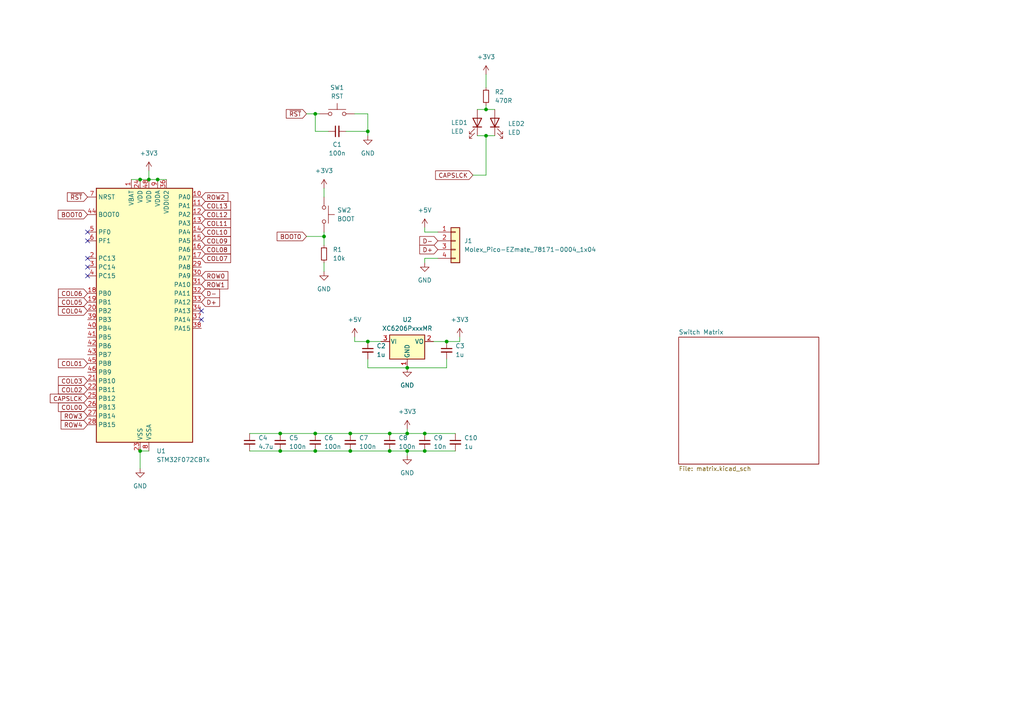
<source format=kicad_sch>
(kicad_sch (version 20230121) (generator eeschema)
  (paper "A4")
  (lib_symbols
    (symbol "Connector_Generic:Conn_01x04" (pin_names (offset 1.016) hide)
      (property "Reference" "J" (at 0 5.08 0))
      (property "Value" "Conn_01x04" (at 0 -7.62 0))
      (symbol "Conn_01x04_1_1"
        (rectangle (start -1.27 -4.953) (end 0 -5.207) (stroke (width 0.1524)))
        (rectangle (start -1.27 -2.413) (end 0 -2.667) (stroke (width 0.1524)))
        (rectangle (start -1.27 0.127) (end 0 -0.127) (stroke (width 0.1524)))
        (rectangle (start -1.27 2.667) (end 0 2.413) (stroke (width 0.1524)))
        (rectangle (start -1.27 3.81) (end 1.27 -6.35) (stroke (width 0.254)) (fill (type background)))
        (pin passive line (at -5.08 2.54 0) (length 3.81) (name "Pin_1") (number "1"))
        (pin passive line (at -5.08 0 0) (length 3.81) (name "Pin_2") (number "2"))
        (pin passive line (at -5.08 -2.54 0) (length 3.81) (name "Pin_3") (number "3"))
        (pin passive line (at -5.08 -5.08 0) (length 3.81) (name "Pin_4") (number "4"))
      )
    )
    (symbol "Device:C_Small" (pin_numbers hide) (pin_names (offset 0.254) hide)
      (property "Reference" "C" (at 0.254 1.778 0))
      (property "Value" "C_Small" (at 0.254 -2.032 0))
      (symbol "C_Small_0_1"
        (polyline (pts (xy -1.524 -0.508) (xy 1.524 -0.508)) (stroke (width 0.3302)))
        (polyline (pts (xy -1.524 0.508) (xy 1.524 0.508)) (stroke (width 0.3048)))
      )
      (symbol "C_Small_1_1"
        (pin passive line (at 0 2.54 270) (length 2.032) (name "~") (number "1"))
        (pin passive line (at 0 -2.54 90) (length 2.032) (name "~") (number "2"))
      )
    )
    (symbol "Device:LED" (pin_numbers hide) (pin_names (offset 1.016) hide)
      (property "Reference" "D" (at 0 2.54 0))
      (property "Value" "LED" (at 0 -2.54 0))
      (symbol "LED_0_1"
        (polyline (pts (xy -1.27 -1.27) (xy -1.27 1.27)) (stroke (width 0.254)))
        (polyline (pts (xy -1.27 0) (xy 1.27 0)))
        (polyline (pts (xy 1.27 -1.27) (xy 1.27 1.27) (xy -1.27 0) (xy 1.27 -1.27)) (stroke (width 0.254)))
        (polyline (pts (xy -3.048 -0.762) (xy -4.572 -2.286) (xy -3.81 -2.286) (xy -4.572 -2.286) (xy -4.572 -1.524)))
        (polyline (pts (xy -1.778 -0.762) (xy -3.302 -2.286) (xy -2.54 -2.286) (xy -3.302 -2.286) (xy -3.302 -1.524)))
      )
      (symbol "LED_1_1"
        (pin passive line (at -3.81 0 0) (length 2.54) (name "K") (number "1"))
        (pin passive line (at 3.81 0 180) (length 2.54) (name "A") (number "2"))
      )
    )
    (symbol "Device:R_Small" (pin_numbers hide) (pin_names (offset 0.254) hide)
      (property "Reference" "R" (at 0.762 0.508 0))
      (property "Value" "R_Small" (at 0.762 -1.016 0))
      (symbol "R_Small_0_1"
        (rectangle (start -0.762 1.778) (end 0.762 -1.778) (stroke (width 0.2032)))
      )
      (symbol "R_Small_1_1"
        (pin passive line (at 0 2.54 270) (length 0.762) (name "~") (number "1"))
        (pin passive line (at 0 -2.54 90) (length 0.762) (name "~") (number "2"))
      )
    )
    (symbol "MCU_ST_STM32F0:STM32F072CBTx"
      (property "Reference" "U" (at -12.7 39.37 0))
      (property "Value" "STM32F072CBTx" (at 10.16 39.37 0))
      (symbol "STM32F072CBTx_0_1"
        (rectangle (start -12.7 -35.56) (end 15.24 38.1) (stroke (width 0.254)) (fill (type background)))
      )
      (symbol "STM32F072CBTx_1_1"
        (pin power_in line (at -2.54 40.64 270) (length 2.54) (name "VBAT") (number "1"))
        (pin bidirectional line (at 17.78 35.56 180) (length 2.54) (name "PA0") (number "10"))
        (pin bidirectional line (at 17.78 33.02 180) (length 2.54) (name "PA1") (number "11"))
        (pin bidirectional line (at 17.78 30.48 180) (length 2.54) (name "PA2") (number "12"))
        (pin bidirectional line (at 17.78 27.94 180) (length 2.54) (name "PA3") (number "13"))
        (pin bidirectional line (at 17.78 25.4 180) (length 2.54) (name "PA4") (number "14"))
        (pin bidirectional line (at 17.78 22.86 180) (length 2.54) (name "PA5") (number "15"))
        (pin bidirectional line (at 17.78 20.32 180) (length 2.54) (name "PA6") (number "16"))
        (pin bidirectional line (at 17.78 17.78 180) (length 2.54) (name "PA7") (number "17"))
        (pin bidirectional line (at -15.24 7.62 0) (length 2.54) (name "PB0") (number "18"))
        (pin bidirectional line (at -15.24 5.08 0) (length 2.54) (name "PB1") (number "19"))
        (pin bidirectional line (at -15.24 17.78 0) (length 2.54) (name "PC13") (number "2"))
        (pin bidirectional line (at -15.24 2.54 0) (length 2.54) (name "PB2") (number "20"))
        (pin bidirectional line (at -15.24 -17.78 0) (length 2.54) (name "PB10") (number "21"))
        (pin bidirectional line (at -15.24 -20.32 0) (length 2.54) (name "PB11") (number "22"))
        (pin power_in line (at 0 -38.1 90) (length 2.54) (name "VSS") (number "23"))
        (pin power_in line (at 0 40.64 270) (length 2.54) (name "VDD") (number "24"))
        (pin bidirectional line (at -15.24 -22.86 0) (length 2.54) (name "PB12") (number "25"))
        (pin bidirectional line (at -15.24 -25.4 0) (length 2.54) (name "PB13") (number "26"))
        (pin bidirectional line (at -15.24 -27.94 0) (length 2.54) (name "PB14") (number "27"))
        (pin bidirectional line (at -15.24 -30.48 0) (length 2.54) (name "PB15") (number "28"))
        (pin bidirectional line (at 17.78 15.24 180) (length 2.54) (name "PA8") (number "29"))
        (pin bidirectional line (at -15.24 15.24 0) (length 2.54) (name "PC14") (number "3"))
        (pin bidirectional line (at 17.78 12.7 180) (length 2.54) (name "PA9") (number "30"))
        (pin bidirectional line (at 17.78 10.16 180) (length 2.54) (name "PA10") (number "31"))
        (pin bidirectional line (at 17.78 7.62 180) (length 2.54) (name "PA11") (number "32"))
        (pin bidirectional line (at 17.78 5.08 180) (length 2.54) (name "PA12") (number "33"))
        (pin bidirectional line (at 17.78 2.54 180) (length 2.54) (name "PA13") (number "34"))
        (pin passive line (at 0 -38.1 90) (length 2.54) hide (name "VSS") (number "35"))
        (pin power_in line (at 7.62 40.64 270) (length 2.54) (name "VDDIO2") (number "36"))
        (pin bidirectional line (at 17.78 0 180) (length 2.54) (name "PA14") (number "37"))
        (pin bidirectional line (at 17.78 -2.54 180) (length 2.54) (name "PA15") (number "38"))
        (pin bidirectional line (at -15.24 0 0) (length 2.54) (name "PB3") (number "39"))
        (pin bidirectional line (at -15.24 12.7 0) (length 2.54) (name "PC15") (number "4"))
        (pin bidirectional line (at -15.24 -2.54 0) (length 2.54) (name "PB4") (number "40"))
        (pin bidirectional line (at -15.24 -5.08 0) (length 2.54) (name "PB5") (number "41"))
        (pin bidirectional line (at -15.24 -7.62 0) (length 2.54) (name "PB6") (number "42"))
        (pin bidirectional line (at -15.24 -10.16 0) (length 2.54) (name "PB7") (number "43"))
        (pin input line (at -15.24 30.48 0) (length 2.54) (name "BOOT0") (number "44"))
        (pin bidirectional line (at -15.24 -12.7 0) (length 2.54) (name "PB8") (number "45"))
        (pin bidirectional line (at -15.24 -15.24 0) (length 2.54) (name "PB9") (number "46"))
        (pin passive line (at 0 -38.1 90) (length 2.54) hide (name "VSS") (number "47"))
        (pin power_in line (at 2.54 40.64 270) (length 2.54) (name "VDD") (number "48"))
        (pin bidirectional line (at -15.24 25.4 0) (length 2.54) (name "PF0") (number "5"))
        (pin bidirectional line (at -15.24 22.86 0) (length 2.54) (name "PF1") (number "6"))
        (pin input line (at -15.24 35.56 0) (length 2.54) (name "NRST") (number "7"))
        (pin power_in line (at 2.54 -38.1 90) (length 2.54) (name "VSSA") (number "8"))
        (pin power_in line (at 5.08 40.64 270) (length 2.54) (name "VDDA") (number "9"))
      )
    )
    (symbol "Regulator_Linear:XC6206PxxxMR" (pin_names (offset 0.254))
      (property "Reference" "U" (at -3.81 3.175 0))
      (property "Value" "XC6206PxxxMR" (at 0 3.175 0))
      (symbol "XC6206PxxxMR_0_1"
        (rectangle (start -5.08 1.905) (end 5.08 -5.08) (stroke (width 0.254)) (fill (type background)))
      )
      (symbol "XC6206PxxxMR_1_1"
        (pin power_in line (at 0 -7.62 90) (length 2.54) (name "GND") (number "1"))
        (pin power_out line (at 7.62 0 180) (length 2.54) (name "VO") (number "2"))
        (pin power_in line (at -7.62 0 0) (length 2.54) (name "VI") (number "3"))
      )
    )
    (symbol "Switch:SW_Push" (pin_numbers hide) (pin_names (offset 1.016) hide)
      (property "Reference" "SW" (at 1.27 2.54 0))
      (property "Value" "SW_Push" (at 0 -1.524 0))
      (symbol "SW_Push_0_1"
        (circle (center -2.032 0) (radius 0.508))
        (polyline (pts (xy 0 1.27) (xy 0 3.048)))
        (polyline (pts (xy 2.54 1.27) (xy -2.54 1.27)))
        (circle (center 2.032 0) (radius 0.508))
        (pin passive line (at -5.08 0 0) (length 2.54) (name "1") (number "1"))
        (pin passive line (at 5.08 0 180) (length 2.54) (name "2") (number "2"))
      )
    )
    (symbol "power:+3V3" (power) (pin_names (offset 0))
      (property "Value" "+3V3" (at 0 3.556 0))
      (symbol "+3V3_0_1"
        (polyline (pts (xy -0.762 1.27) (xy 0 2.54)))
        (polyline (pts (xy 0 0) (xy 0 2.54)))
        (polyline (pts (xy 0 2.54) (xy 0.762 1.27)))
      )
      (symbol "+3V3_1_1"
        (pin power_in line (at 0 0 90) (length 0) hide (name "+3V3") (number "1"))
      )
    )
    (symbol "power:+5V" (power) (pin_names (offset 0))
      (property "Value" "+5V" (at 0 3.556 0))
      (symbol "+5V_0_1"
        (polyline (pts (xy -0.762 1.27) (xy 0 2.54)))
        (polyline (pts (xy 0 0) (xy 0 2.54)))
        (polyline (pts (xy 0 2.54) (xy 0.762 1.27)))
      )
      (symbol "+5V_1_1"
        (pin power_in line (at 0 0 90) (length 0) hide (name "+5V") (number "1"))
      )
    )
    (symbol "power:GND" (power) (pin_names (offset 0))
      (property "Value" "GND" (at 0 -3.81 0))
      (symbol "GND_0_1"
        (polyline (pts (xy 0 0) (xy 0 -1.27) (xy 1.27 -1.27) (xy 0 -2.54) (xy -1.27 -1.27) (xy 0 -1.27)))
      )
      (symbol "GND_1_1"
        (pin power_in line (at 0 0 270) (length 0) hide (name "GND") (number "1"))
      )
    )
  )
  (junction (at 113.03 130.81))
  (junction (at 113.03 125.73))
  (junction (at 91.44 130.81))
  (junction (at 140.97 39.37))
  (junction (at 81.28 125.73))
  (junction (at 40.64 52.07))
  (junction (at 129.54 99.06))
  (junction (at 91.44 33.02))
  (junction (at 101.6 125.73))
  (junction (at 140.97 31.75))
  (junction (at 106.68 38.1))
  (junction (at 43.18 52.07))
  (junction (at 123.19 125.73))
  (junction (at 118.11 130.81))
  (junction (at 101.6 130.81))
  (junction (at 93.98 68.58))
  (junction (at 118.11 125.73))
  (junction (at 106.68 99.06))
  (junction (at 118.11 106.68))
  (junction (at 123.19 130.81))
  (junction (at 91.44 125.73))
  (junction (at 40.64 130.81))
  (junction (at 45.72 52.07))
  (junction (at 81.28 130.81))
  (no_connect (at 25.4 69.85))
  (no_connect (at 58.42 90.17))
  (no_connect (at 25.4 80.01))
  (no_connect (at 58.42 92.71))
  (no_connect (at 25.4 67.31))
  (no_connect (at 25.4 77.47))
  (no_connect (at 25.4 74.93))
  (wire (pts (xy 133.35 97.79) (xy 133.35 99.06)))
  (wire (pts (xy 93.98 76.2) (xy 93.98 78.74)))
  (wire (pts (xy 118.11 125.73) (xy 123.19 125.73)))
  (wire (pts (xy 88.9 33.02) (xy 91.44 33.02)))
  (wire (pts (xy 113.03 125.73) (xy 118.11 125.73)))
  (wire (pts (xy 140.97 30.48) (xy 140.97 31.75)))
  (wire (pts (xy 72.39 130.81) (xy 81.28 130.81)))
  (wire (pts (xy 40.64 130.81) (xy 43.18 130.81)))
  (wire (pts (xy 93.98 68.58) (xy 93.98 71.12)))
  (wire (pts (xy 91.44 130.81) (xy 101.6 130.81)))
  (wire (pts (xy 138.43 31.75) (xy 140.97 31.75)))
  (wire (pts (xy 106.68 39.37) (xy 106.68 38.1)))
  (wire (pts (xy 129.54 104.14) (xy 129.54 106.68)))
  (wire (pts (xy 40.64 130.81) (xy 40.64 135.89)))
  (wire (pts (xy 118.11 124.46) (xy 118.11 125.73)))
  (wire (pts (xy 72.39 125.73) (xy 81.28 125.73)))
  (wire (pts (xy 93.98 54.61) (xy 93.98 57.15)))
  (wire (pts (xy 106.68 99.06) (xy 110.49 99.06)))
  (wire (pts (xy 140.97 31.75) (xy 143.51 31.75)))
  (wire (pts (xy 93.98 68.58) (xy 93.98 67.31)))
  (wire (pts (xy 118.11 130.81) (xy 123.19 130.81)))
  (wire (pts (xy 81.28 130.81) (xy 91.44 130.81)))
  (wire (pts (xy 106.68 38.1) (xy 106.68 33.02)))
  (wire (pts (xy 143.51 39.37) (xy 140.97 39.37)))
  (wire (pts (xy 38.1 52.07) (xy 40.64 52.07)))
  (wire (pts (xy 113.03 130.81) (xy 118.11 130.81)))
  (wire (pts (xy 127 67.31) (xy 123.19 67.31)))
  (wire (pts (xy 91.44 33.02) (xy 92.71 33.02)))
  (wire (pts (xy 43.18 52.07) (xy 45.72 52.07)))
  (wire (pts (xy 133.35 99.06) (xy 129.54 99.06)))
  (wire (pts (xy 45.72 52.07) (xy 48.26 52.07)))
  (wire (pts (xy 140.97 50.8) (xy 140.97 39.37)))
  (wire (pts (xy 106.68 104.14) (xy 106.68 106.68)))
  (wire (pts (xy 125.73 99.06) (xy 129.54 99.06)))
  (wire (pts (xy 118.11 130.81) (xy 118.11 132.08)))
  (wire (pts (xy 40.64 52.07) (xy 43.18 52.07)))
  (wire (pts (xy 91.44 125.73) (xy 101.6 125.73)))
  (wire (pts (xy 101.6 125.73) (xy 113.03 125.73)))
  (wire (pts (xy 140.97 50.8) (xy 137.16 50.8)))
  (wire (pts (xy 123.19 130.81) (xy 132.08 130.81)))
  (wire (pts (xy 127 74.93) (xy 123.19 74.93)))
  (wire (pts (xy 106.68 106.68) (xy 118.11 106.68)))
  (wire (pts (xy 95.25 38.1) (xy 91.44 38.1)))
  (wire (pts (xy 123.19 125.73) (xy 132.08 125.73)))
  (wire (pts (xy 100.33 38.1) (xy 106.68 38.1)))
  (wire (pts (xy 102.87 99.06) (xy 106.68 99.06)))
  (wire (pts (xy 138.43 39.37) (xy 140.97 39.37)))
  (wire (pts (xy 123.19 67.31) (xy 123.19 66.04)))
  (wire (pts (xy 102.87 97.79) (xy 102.87 99.06)))
  (wire (pts (xy 43.18 49.53) (xy 43.18 52.07)))
  (wire (pts (xy 101.6 130.81) (xy 113.03 130.81)))
  (wire (pts (xy 129.54 106.68) (xy 118.11 106.68)))
  (wire (pts (xy 81.28 125.73) (xy 91.44 125.73)))
  (wire (pts (xy 140.97 21.59) (xy 140.97 25.4)))
  (wire (pts (xy 106.68 33.02) (xy 102.87 33.02)))
  (wire (pts (xy 91.44 38.1) (xy 91.44 33.02)))
  (wire (pts (xy 123.19 74.93) (xy 123.19 76.2)))
  (wire (pts (xy 88.9 68.58) (xy 93.98 68.58)))
  (global_label "COL02" (shape input) (at 25.4 113.03 180) (property "Intersheetrefs" "${INTERSHEET_REFS}" (effects hide)))
  (global_label "ROW0" (shape input) (at 58.42 80.01 0) (property "Intersheetrefs" "${INTERSHEET_REFS}" (effects hide)))
  (global_label "BOOT0" (shape input) (at 25.4 62.23 180) (property "Intersheetrefs" "${INTERSHEET_REFS}" (effects hide)))
  (global_label "COL04" (shape input) (at 25.4 90.17 180) (property "Intersheetrefs" "${INTERSHEET_REFS}" (effects hide)))
  (global_label "~{RST}" (shape input) (at 25.4 57.15 180) (property "Intersheetrefs" "${INTERSHEET_REFS}" (effects hide)))
  (global_label "ROW1" (shape input) (at 58.42 82.55 0) (property "Intersheetrefs" "${INTERSHEET_REFS}" (effects hide)))
  (global_label "BOOT0" (shape input) (at 88.9 68.58 180) (property "Intersheetrefs" "${INTERSHEET_REFS}" (effects hide)))
  (global_label "CAPSLCK" (shape input) (at 137.16 50.8 180) (property "Intersheetrefs" "${INTERSHEET_REFS}" (effects hide)))
  (global_label "~{RST}" (shape input) (at 88.9 33.02 180) (property "Intersheetrefs" "${INTERSHEET_REFS}" (effects hide)))
  (global_label "COL01" (shape input) (at 25.4 105.41 180) (property "Intersheetrefs" "${INTERSHEET_REFS}" (effects hide)))
  (global_label "COL00" (shape input) (at 25.4 118.11 180) (property "Intersheetrefs" "${INTERSHEET_REFS}" (effects hide)))
  (global_label "COL08" (shape input) (at 58.42 72.39 0) (property "Intersheetrefs" "${INTERSHEET_REFS}" (effects hide)))
  (global_label "COL10" (shape input) (at 58.42 67.31 0) (property "Intersheetrefs" "${INTERSHEET_REFS}" (effects hide)))
  (global_label "ROW4" (shape input) (at 25.4 123.19 180) (property "Intersheetrefs" "${INTERSHEET_REFS}" (effects hide)))
  (global_label "D-" (shape input) (at 127 69.85 180) (property "Intersheetrefs" "${INTERSHEET_REFS}" (effects hide)))
  (global_label "COL07" (shape input) (at 58.42 74.93 0) (property "Intersheetrefs" "${INTERSHEET_REFS}" (effects hide)))
  (global_label "D+" (shape input) (at 58.42 87.63 0) (property "Intersheetrefs" "${INTERSHEET_REFS}" (effects hide)))
  (global_label "COL12" (shape input) (at 58.42 62.23 0) (property "Intersheetrefs" "${INTERSHEET_REFS}" (effects hide)))
  (global_label "COL13" (shape input) (at 58.42 59.69 0) (property "Intersheetrefs" "${INTERSHEET_REFS}" (effects hide)))
  (global_label "COL11" (shape input) (at 58.42 64.77 0) (property "Intersheetrefs" "${INTERSHEET_REFS}" (effects hide)))
  (global_label "ROW3" (shape input) (at 25.4 120.65 180) (property "Intersheetrefs" "${INTERSHEET_REFS}" (effects hide)))
  (global_label "COL06" (shape input) (at 25.4 85.09 180) (property "Intersheetrefs" "${INTERSHEET_REFS}" (effects hide)))
  (global_label "D+" (shape input) (at 127 72.39 180) (property "Intersheetrefs" "${INTERSHEET_REFS}" (effects hide)))
  (global_label "D-" (shape input) (at 58.42 85.09 0) (property "Intersheetrefs" "${INTERSHEET_REFS}" (effects hide)))
  (global_label "COL09" (shape input) (at 58.42 69.85 0) (property "Intersheetrefs" "${INTERSHEET_REFS}" (effects hide)))
  (global_label "CAPSLCK" (shape input) (at 25.4 115.57 180) (property "Intersheetrefs" "${INTERSHEET_REFS}" (effects hide)))
  (global_label "COL03" (shape input) (at 25.4 110.49 180) (property "Intersheetrefs" "${INTERSHEET_REFS}" (effects hide)))
  (global_label "COL05" (shape input) (at 25.4 87.63 180) (property "Intersheetrefs" "${INTERSHEET_REFS}" (effects hide)))
  (global_label "ROW2" (shape input) (at 58.42 57.15 0) (property "Intersheetrefs" "${INTERSHEET_REFS}" (effects hide)))
  (symbol (lib_id "power:GND") (at 123.19 76.2 0) (unit 1)
    (property "Reference" "#PWR06" (effects hide))
    (property "Value" "GND" (at 123.19 81.28 0))
  )
  (symbol (lib_id "power:GND") (at 93.98 78.74 0) (unit 1)
    (property "Reference" "#PWR03" (effects hide))
    (property "Value" "GND" (at 93.98 83.82 0))
  )
  (symbol (lib_id "power:+3V3") (at 140.97 21.59 0) (unit 1)
    (property "Reference" "#PWR07" (effects hide))
    (property "Value" "+3V3" (at 140.97 16.51 0))
  )
  (symbol (lib_id "Device:C_Small") (at 132.08 128.27 0) (unit 1)
    (property "Reference" "C10" (at 134.62 127.0063 0) (effects (justify left)))
    (property "Value" "1u" (at 134.62 129.5463 0) (effects (justify left)))
    (property "Footprint" "Capacitor_SMD:C_0402_1005Metric" (effects hide))
  )
  (symbol (lib_id "Device:C_Small") (at 72.39 128.27 0) (unit 1)
    (property "Reference" "C4" (at 74.93 127.0063 0) (effects (justify left)))
    (property "Value" "4.7u" (at 74.93 129.5463 0) (effects (justify left)))
    (property "Footprint" "Capacitor_SMD:C_0402_1005Metric" (effects hide))
  )
  (symbol (lib_id "Device:C_Small") (at 113.03 128.27 0) (unit 1)
    (property "Reference" "C8" (at 115.57 127.0063 0) (effects (justify left)))
    (property "Value" "100n" (at 115.57 129.5463 0) (effects (justify left)))
    (property "Footprint" "Capacitor_SMD:C_0402_1005Metric" (effects hide))
  )
  (symbol (lib_id "Device:C_Small") (at 101.6 128.27 0) (unit 1)
    (property "Reference" "C7" (at 104.14 127.0063 0) (effects (justify left)))
    (property "Value" "100n" (at 104.14 129.5463 0) (effects (justify left)))
    (property "Footprint" "Capacitor_SMD:C_0402_1005Metric" (effects hide))
  )
  (symbol (lib_id "power:GND") (at 106.68 39.37 0) (unit 1)
    (property "Reference" "#PWR02" (effects hide))
    (property "Value" "GND" (at 106.68 44.45 0))
  )
  (symbol (lib_id "power:+3V3") (at 133.35 97.79 0) (unit 1)
    (property "Reference" "#PWR012" (effects hide))
    (property "Value" "+3V3" (at 133.35 92.71 0))
  )
  (symbol (lib_id "Device:R_Small") (at 140.97 27.94 180) (unit 1)
    (property "Reference" "R2" (at 143.51 26.67 0) (effects (justify right)))
    (property "Value" "470R" (at 143.51 29.21 0) (effects (justify right)))
    (property "Footprint" "Resistor_SMD:R_0402_1005Metric" (effects hide))
    (property "LCSC" "C25117" (effects hide))
  )
  (symbol (lib_id "Device:C_Small") (at 91.44 128.27 0) (unit 1)
    (property "Reference" "C6" (at 93.98 127.0063 0) (effects (justify left)))
    (property "Value" "100n" (at 93.98 129.5463 0) (effects (justify left)))
    (property "Footprint" "Capacitor_SMD:C_0402_1005Metric" (effects hide))
  )
  (symbol (lib_id "Regulator_Linear:XC6206PxxxMR") (at 118.11 99.06 0) (unit 1)
    (property "Reference" "U2" (at 118.11 92.71 0))
    (property "Value" "XC6206PxxxMR" (at 118.11 95.25 0))
    (property "Footprint" "Package_TO_SOT_SMD:SOT-23-3" (effects hide))
    (property "Datasheet" "https://www.torexsemi.com/file/xc6206/XC6206.pdf" (effects hide))
  )
  (symbol (lib_id "Switch:SW_Push") (at 93.98 62.23 270) (unit 1)
    (property "Reference" "SW2" (at 97.79 60.96 90) (effects (justify left)))
    (property "Value" "BOOT" (at 97.79 63.5 90) (effects (justify left)))
    (property "Footprint" "Button_Switch_SMD:SW_SPST_TL3342" (effects hide))
  )
  (symbol (lib_id "power:+5V") (at 123.19 66.04 0) (unit 1)
    (property "Reference" "#PWR05" (effects hide))
    (property "Value" "+5V" (at 123.19 60.96 0))
  )
  (symbol (lib_id "Device:LED") (at 138.43 35.56 270) (mirror x) (unit 1) (in_bom no)
    (property "Reference" "LED1" (at 130.81 35.56 90) (effects (justify left)))
    (property "Value" "LED" (at 130.81 38.1 90) (effects (justify left)))
    (property "Footprint" "marbastlib-mx:LED_MX_3mm" (effects hide))
  )
  (symbol (lib_id "Switch:SW_Push") (at 97.79 33.02 0) (unit 1)
    (property "Reference" "SW1" (at 97.79 25.4 0))
    (property "Value" "RST" (at 97.79 27.94 0))
    (property "Footprint" "Button_Switch_SMD:SW_SPST_TL3342" (effects hide))
  )
  (symbol (lib_id "power:+5V") (at 102.87 97.79 0) (unit 1)
    (property "Reference" "#PWR011" (effects hide))
    (property "Value" "+5V" (at 102.87 92.71 0))
  )
  (symbol (lib_id "Device:C_Small") (at 81.28 128.27 0) (unit 1)
    (property "Reference" "C5" (at 83.82 127.0063 0) (effects (justify left)))
    (property "Value" "100n" (at 83.82 129.5463 0) (effects (justify left)))
    (property "Footprint" "Capacitor_SMD:C_0402_1005Metric" (effects hide))
  )
  (symbol (lib_id "Connector_Generic:Conn_01x04") (at 132.08 69.85 0) (unit 1)
    (property "Reference" "J1" (at 134.62 69.85 0) (effects (justify left)))
    (property "Value" "Molex_Pico-EZmate_78171-0004_1x04" (at 134.62 72.39 0) (effects (justify left)))
    (property "Footprint" "marbastlib-various:Molex_Pico-EZmate_78171-0004_1x04-1MP_P1.20mm_Vertical" (effects hide))
  )
  (symbol (lib_id "Device:C_Small") (at 97.79 38.1 90) (unit 1)
    (property "Reference" "C1" (at 97.79 41.91 90))
    (property "Value" "100n" (at 97.79 44.45 90))
    (property "Footprint" "Capacitor_SMD:C_0402_1005Metric" (effects hide))
  )
  (symbol (lib_id "power:+3V3") (at 93.98 54.61 0) (unit 1)
    (property "Reference" "#PWR04" (effects hide))
    (property "Value" "+3V3" (at 93.98 49.53 0))
  )
  (symbol (lib_id "power:+3V3") (at 43.18 49.53 0) (unit 1)
    (property "Reference" "#PWR013" (effects hide))
    (property "Value" "+3V3" (at 43.18 44.45 0))
  )
  (symbol (lib_id "power:GND") (at 40.64 135.89 0) (unit 1)
    (property "Reference" "#PWR01" (effects hide))
    (property "Value" "GND" (at 40.64 140.97 0))
  )
  (symbol (lib_id "MCU_ST_STM32F0:STM32F072CBTx") (at 40.64 92.71 0) (unit 1)
    (property "Reference" "U1" (at 45.3741 130.81 0) (effects (justify left)))
    (property "Value" "STM32F072CBTx" (at 45.3741 133.35 0) (effects (justify left)))
    (property "Footprint" "Package_QFP:LQFP-48_7x7mm_P0.5mm" (effects hide))
    (property "Datasheet" "https://www.st.com/resource/en/datasheet/stm32f072cb.pdf" (effects hide))
  )
  (symbol (lib_id "Device:C_Small") (at 123.19 128.27 0) (unit 1)
    (property "Reference" "C9" (at 125.73 127.0063 0) (effects (justify left)))
    (property "Value" "10n" (at 125.73 129.5463 0) (effects (justify left)))
    (property "Footprint" "Capacitor_SMD:C_0402_1005Metric" (effects hide))
  )
  (symbol (lib_id "Device:R_Small") (at 93.98 73.66 0) (unit 1)
    (property "Reference" "R1" (at 96.52 72.39 0) (effects (justify left)))
    (property "Value" "10k" (at 96.52 74.93 0) (effects (justify left)))
    (property "Footprint" "Resistor_SMD:R_0603_1608Metric" (effects hide))
  )
  (symbol (lib_id "Device:C_Small") (at 106.68 101.6 0) (unit 1)
    (property "Reference" "C2" (at 109.22 100.3363 0) (effects (justify left)))
    (property "Value" "1u" (at 109.22 102.8763 0) (effects (justify left)))
    (property "Footprint" "Capacitor_SMD:C_0402_1005Metric" (effects hide))
  )
  (symbol (lib_id "power:+3V3") (at 118.11 124.46 0) (unit 1)
    (property "Reference" "#PWR08" (effects hide))
    (property "Value" "+3V3" (at 118.11 119.38 0))
  )
  (symbol (lib_id "power:GND") (at 118.11 106.68 0) (unit 1)
    (property "Reference" "#PWR010" (effects hide))
    (property "Value" "GND" (at 118.11 111.76 0))
  )
  (symbol (lib_id "Device:LED") (at 143.51 35.56 90) (unit 1) (in_bom no)
    (property "Reference" "LED2" (at 147.32 35.8775 90) (effects (justify right)))
    (property "Value" "LED" (at 147.32 38.4175 90) (effects (justify right)))
    (property "Footprint" "marbastlib-mx:LED_MX_3mm-ROT" (effects hide))
  )
  (symbol (lib_id "power:GND") (at 118.11 132.08 0) (unit 1)
    (property "Reference" "#PWR09" (effects hide))
    (property "Value" "GND" (at 118.11 137.16 0))
  )
  (symbol (lib_id "Device:C_Small") (at 129.54 101.6 0) (unit 1)
    (property "Reference" "C3" (at 132.08 100.3363 0) (effects (justify left)))
    (property "Value" "1u" (at 132.08 102.8763 0) (effects (justify left)))
    (property "Footprint" "Capacitor_SMD:C_0402_1005Metric" (effects hide))
  )
  (sheet (at 196.85 97.79) (size 40.64 36.83) (stroke (width 0.1524))
    (property "Sheetname" "Switch Matrix" (at 196.85 97.0784 0) (effects (justify left bottom)))
    (property "Sheetfile" "matrix.kicad_sch" (at 196.85 135.2046 0) (effects (justify left top)))
  )
)
</source>
